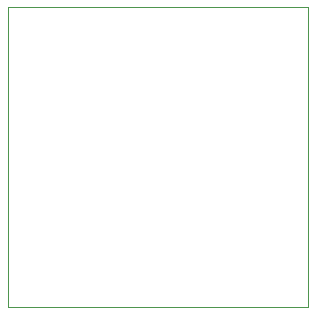
<source format=gbr>
G04 #@! TF.GenerationSoftware,KiCad,Pcbnew,(6.0.8)*
G04 #@! TF.CreationDate,2022-11-18T12:49:19-08:00*
G04 #@! TF.ProjectId,caravel_breakout_QFN,63617261-7665-46c5-9f62-7265616b6f75,rev?*
G04 #@! TF.SameCoordinates,Original*
G04 #@! TF.FileFunction,Profile,NP*
%FSLAX46Y46*%
G04 Gerber Fmt 4.6, Leading zero omitted, Abs format (unit mm)*
G04 Created by KiCad (PCBNEW (6.0.8)) date 2022-11-18 12:49:19*
%MOMM*%
%LPD*%
G01*
G04 APERTURE LIST*
G04 #@! TA.AperFunction,Profile*
%ADD10C,0.050000*%
G04 #@! TD*
G04 APERTURE END LIST*
D10*
X122936000Y-106172000D02*
X122936000Y-80772000D01*
X122936000Y-80772000D02*
X148336000Y-80772000D01*
X148336000Y-80772000D02*
X148336000Y-106172000D01*
X148336000Y-106172000D02*
X122936000Y-106172000D01*
M02*

</source>
